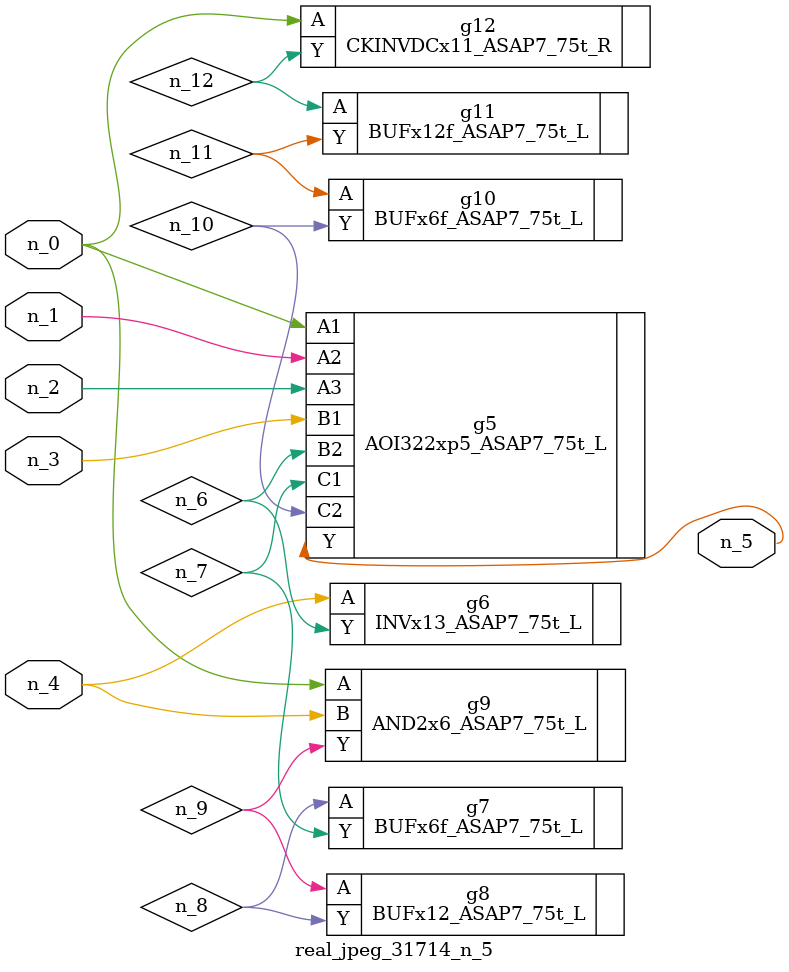
<source format=v>
module real_jpeg_31714_n_5 (n_4, n_0, n_1, n_2, n_3, n_5);

input n_4;
input n_0;
input n_1;
input n_2;
input n_3;

output n_5;

wire n_12;
wire n_8;
wire n_11;
wire n_6;
wire n_7;
wire n_10;
wire n_9;

AOI322xp5_ASAP7_75t_L g5 ( 
.A1(n_0),
.A2(n_1),
.A3(n_2),
.B1(n_3),
.B2(n_6),
.C1(n_7),
.C2(n_10),
.Y(n_5)
);

AND2x6_ASAP7_75t_L g9 ( 
.A(n_0),
.B(n_4),
.Y(n_9)
);

CKINVDCx11_ASAP7_75t_R g12 ( 
.A(n_0),
.Y(n_12)
);

INVx13_ASAP7_75t_L g6 ( 
.A(n_4),
.Y(n_6)
);

BUFx6f_ASAP7_75t_L g7 ( 
.A(n_8),
.Y(n_7)
);

BUFx12_ASAP7_75t_L g8 ( 
.A(n_9),
.Y(n_8)
);

BUFx6f_ASAP7_75t_L g10 ( 
.A(n_11),
.Y(n_10)
);

BUFx12f_ASAP7_75t_L g11 ( 
.A(n_12),
.Y(n_11)
);


endmodule
</source>
